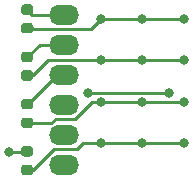
<source format=gbr>
G04 #@! TF.GenerationSoftware,KiCad,Pcbnew,5.1.5-52549c5~84~ubuntu18.04.1*
G04 #@! TF.CreationDate,2019-11-28T18:03:46-08:00*
G04 #@! TF.ProjectId,edison-led-3x4-pmod,65646973-6f6e-42d6-9c65-642d3378342d,rev?*
G04 #@! TF.SameCoordinates,PX68aa6f0PY527e2a0*
G04 #@! TF.FileFunction,Copper,L2,Bot*
G04 #@! TF.FilePolarity,Positive*
%FSLAX46Y46*%
G04 Gerber Fmt 4.6, Leading zero omitted, Abs format (unit mm)*
G04 Created by KiCad (PCBNEW 5.1.5-52549c5~84~ubuntu18.04.1) date 2019-11-28 18:03:46*
%MOMM*%
%LPD*%
G04 APERTURE LIST*
%ADD10C,0.100000*%
%ADD11O,2.540000X1.700000*%
%ADD12C,0.800000*%
%ADD13C,0.250000*%
G04 APERTURE END LIST*
G04 #@! TA.AperFunction,SMDPad,CuDef*
D10*
G36*
X2527691Y-4276053D02*
G01*
X2548926Y-4279203D01*
X2569750Y-4284419D01*
X2589962Y-4291651D01*
X2609368Y-4300830D01*
X2627781Y-4311866D01*
X2645024Y-4324654D01*
X2660930Y-4339070D01*
X2675346Y-4354976D01*
X2688134Y-4372219D01*
X2699170Y-4390632D01*
X2708349Y-4410038D01*
X2715581Y-4430250D01*
X2720797Y-4451074D01*
X2723947Y-4472309D01*
X2725000Y-4493750D01*
X2725000Y-4931250D01*
X2723947Y-4952691D01*
X2720797Y-4973926D01*
X2715581Y-4994750D01*
X2708349Y-5014962D01*
X2699170Y-5034368D01*
X2688134Y-5052781D01*
X2675346Y-5070024D01*
X2660930Y-5085930D01*
X2645024Y-5100346D01*
X2627781Y-5113134D01*
X2609368Y-5124170D01*
X2589962Y-5133349D01*
X2569750Y-5140581D01*
X2548926Y-5145797D01*
X2527691Y-5148947D01*
X2506250Y-5150000D01*
X1993750Y-5150000D01*
X1972309Y-5148947D01*
X1951074Y-5145797D01*
X1930250Y-5140581D01*
X1910038Y-5133349D01*
X1890632Y-5124170D01*
X1872219Y-5113134D01*
X1854976Y-5100346D01*
X1839070Y-5085930D01*
X1824654Y-5070024D01*
X1811866Y-5052781D01*
X1800830Y-5034368D01*
X1791651Y-5014962D01*
X1784419Y-4994750D01*
X1779203Y-4973926D01*
X1776053Y-4952691D01*
X1775000Y-4931250D01*
X1775000Y-4493750D01*
X1776053Y-4472309D01*
X1779203Y-4451074D01*
X1784419Y-4430250D01*
X1791651Y-4410038D01*
X1800830Y-4390632D01*
X1811866Y-4372219D01*
X1824654Y-4354976D01*
X1839070Y-4339070D01*
X1854976Y-4324654D01*
X1872219Y-4311866D01*
X1890632Y-4300830D01*
X1910038Y-4291651D01*
X1930250Y-4284419D01*
X1951074Y-4279203D01*
X1972309Y-4276053D01*
X1993750Y-4275000D01*
X2506250Y-4275000D01*
X2527691Y-4276053D01*
G37*
G04 #@! TD.AperFunction*
G04 #@! TA.AperFunction,SMDPad,CuDef*
G36*
X2527691Y-5851053D02*
G01*
X2548926Y-5854203D01*
X2569750Y-5859419D01*
X2589962Y-5866651D01*
X2609368Y-5875830D01*
X2627781Y-5886866D01*
X2645024Y-5899654D01*
X2660930Y-5914070D01*
X2675346Y-5929976D01*
X2688134Y-5947219D01*
X2699170Y-5965632D01*
X2708349Y-5985038D01*
X2715581Y-6005250D01*
X2720797Y-6026074D01*
X2723947Y-6047309D01*
X2725000Y-6068750D01*
X2725000Y-6506250D01*
X2723947Y-6527691D01*
X2720797Y-6548926D01*
X2715581Y-6569750D01*
X2708349Y-6589962D01*
X2699170Y-6609368D01*
X2688134Y-6627781D01*
X2675346Y-6645024D01*
X2660930Y-6660930D01*
X2645024Y-6675346D01*
X2627781Y-6688134D01*
X2609368Y-6699170D01*
X2589962Y-6708349D01*
X2569750Y-6715581D01*
X2548926Y-6720797D01*
X2527691Y-6723947D01*
X2506250Y-6725000D01*
X1993750Y-6725000D01*
X1972309Y-6723947D01*
X1951074Y-6720797D01*
X1930250Y-6715581D01*
X1910038Y-6708349D01*
X1890632Y-6699170D01*
X1872219Y-6688134D01*
X1854976Y-6675346D01*
X1839070Y-6660930D01*
X1824654Y-6645024D01*
X1811866Y-6627781D01*
X1800830Y-6609368D01*
X1791651Y-6589962D01*
X1784419Y-6569750D01*
X1779203Y-6548926D01*
X1776053Y-6527691D01*
X1775000Y-6506250D01*
X1775000Y-6068750D01*
X1776053Y-6047309D01*
X1779203Y-6026074D01*
X1784419Y-6005250D01*
X1791651Y-5985038D01*
X1800830Y-5965632D01*
X1811866Y-5947219D01*
X1824654Y-5929976D01*
X1839070Y-5914070D01*
X1854976Y-5899654D01*
X1872219Y-5886866D01*
X1890632Y-5875830D01*
X1910038Y-5866651D01*
X1930250Y-5859419D01*
X1951074Y-5854203D01*
X1972309Y-5851053D01*
X1993750Y-5850000D01*
X2506250Y-5850000D01*
X2527691Y-5851053D01*
G37*
G04 #@! TD.AperFunction*
G04 #@! TA.AperFunction,SMDPad,CuDef*
G36*
X2527691Y-8276053D02*
G01*
X2548926Y-8279203D01*
X2569750Y-8284419D01*
X2589962Y-8291651D01*
X2609368Y-8300830D01*
X2627781Y-8311866D01*
X2645024Y-8324654D01*
X2660930Y-8339070D01*
X2675346Y-8354976D01*
X2688134Y-8372219D01*
X2699170Y-8390632D01*
X2708349Y-8410038D01*
X2715581Y-8430250D01*
X2720797Y-8451074D01*
X2723947Y-8472309D01*
X2725000Y-8493750D01*
X2725000Y-8931250D01*
X2723947Y-8952691D01*
X2720797Y-8973926D01*
X2715581Y-8994750D01*
X2708349Y-9014962D01*
X2699170Y-9034368D01*
X2688134Y-9052781D01*
X2675346Y-9070024D01*
X2660930Y-9085930D01*
X2645024Y-9100346D01*
X2627781Y-9113134D01*
X2609368Y-9124170D01*
X2589962Y-9133349D01*
X2569750Y-9140581D01*
X2548926Y-9145797D01*
X2527691Y-9148947D01*
X2506250Y-9150000D01*
X1993750Y-9150000D01*
X1972309Y-9148947D01*
X1951074Y-9145797D01*
X1930250Y-9140581D01*
X1910038Y-9133349D01*
X1890632Y-9124170D01*
X1872219Y-9113134D01*
X1854976Y-9100346D01*
X1839070Y-9085930D01*
X1824654Y-9070024D01*
X1811866Y-9052781D01*
X1800830Y-9034368D01*
X1791651Y-9014962D01*
X1784419Y-8994750D01*
X1779203Y-8973926D01*
X1776053Y-8952691D01*
X1775000Y-8931250D01*
X1775000Y-8493750D01*
X1776053Y-8472309D01*
X1779203Y-8451074D01*
X1784419Y-8430250D01*
X1791651Y-8410038D01*
X1800830Y-8390632D01*
X1811866Y-8372219D01*
X1824654Y-8354976D01*
X1839070Y-8339070D01*
X1854976Y-8324654D01*
X1872219Y-8311866D01*
X1890632Y-8300830D01*
X1910038Y-8291651D01*
X1930250Y-8284419D01*
X1951074Y-8279203D01*
X1972309Y-8276053D01*
X1993750Y-8275000D01*
X2506250Y-8275000D01*
X2527691Y-8276053D01*
G37*
G04 #@! TD.AperFunction*
G04 #@! TA.AperFunction,SMDPad,CuDef*
G36*
X2527691Y-9851053D02*
G01*
X2548926Y-9854203D01*
X2569750Y-9859419D01*
X2589962Y-9866651D01*
X2609368Y-9875830D01*
X2627781Y-9886866D01*
X2645024Y-9899654D01*
X2660930Y-9914070D01*
X2675346Y-9929976D01*
X2688134Y-9947219D01*
X2699170Y-9965632D01*
X2708349Y-9985038D01*
X2715581Y-10005250D01*
X2720797Y-10026074D01*
X2723947Y-10047309D01*
X2725000Y-10068750D01*
X2725000Y-10506250D01*
X2723947Y-10527691D01*
X2720797Y-10548926D01*
X2715581Y-10569750D01*
X2708349Y-10589962D01*
X2699170Y-10609368D01*
X2688134Y-10627781D01*
X2675346Y-10645024D01*
X2660930Y-10660930D01*
X2645024Y-10675346D01*
X2627781Y-10688134D01*
X2609368Y-10699170D01*
X2589962Y-10708349D01*
X2569750Y-10715581D01*
X2548926Y-10720797D01*
X2527691Y-10723947D01*
X2506250Y-10725000D01*
X1993750Y-10725000D01*
X1972309Y-10723947D01*
X1951074Y-10720797D01*
X1930250Y-10715581D01*
X1910038Y-10708349D01*
X1890632Y-10699170D01*
X1872219Y-10688134D01*
X1854976Y-10675346D01*
X1839070Y-10660930D01*
X1824654Y-10645024D01*
X1811866Y-10627781D01*
X1800830Y-10609368D01*
X1791651Y-10589962D01*
X1784419Y-10569750D01*
X1779203Y-10548926D01*
X1776053Y-10527691D01*
X1775000Y-10506250D01*
X1775000Y-10068750D01*
X1776053Y-10047309D01*
X1779203Y-10026074D01*
X1784419Y-10005250D01*
X1791651Y-9985038D01*
X1800830Y-9965632D01*
X1811866Y-9947219D01*
X1824654Y-9929976D01*
X1839070Y-9914070D01*
X1854976Y-9899654D01*
X1872219Y-9886866D01*
X1890632Y-9875830D01*
X1910038Y-9866651D01*
X1930250Y-9859419D01*
X1951074Y-9854203D01*
X1972309Y-9851053D01*
X1993750Y-9850000D01*
X2506250Y-9850000D01*
X2527691Y-9851053D01*
G37*
G04 #@! TD.AperFunction*
G04 #@! TA.AperFunction,SMDPad,CuDef*
G36*
X2527691Y-276053D02*
G01*
X2548926Y-279203D01*
X2569750Y-284419D01*
X2589962Y-291651D01*
X2609368Y-300830D01*
X2627781Y-311866D01*
X2645024Y-324654D01*
X2660930Y-339070D01*
X2675346Y-354976D01*
X2688134Y-372219D01*
X2699170Y-390632D01*
X2708349Y-410038D01*
X2715581Y-430250D01*
X2720797Y-451074D01*
X2723947Y-472309D01*
X2725000Y-493750D01*
X2725000Y-931250D01*
X2723947Y-952691D01*
X2720797Y-973926D01*
X2715581Y-994750D01*
X2708349Y-1014962D01*
X2699170Y-1034368D01*
X2688134Y-1052781D01*
X2675346Y-1070024D01*
X2660930Y-1085930D01*
X2645024Y-1100346D01*
X2627781Y-1113134D01*
X2609368Y-1124170D01*
X2589962Y-1133349D01*
X2569750Y-1140581D01*
X2548926Y-1145797D01*
X2527691Y-1148947D01*
X2506250Y-1150000D01*
X1993750Y-1150000D01*
X1972309Y-1148947D01*
X1951074Y-1145797D01*
X1930250Y-1140581D01*
X1910038Y-1133349D01*
X1890632Y-1124170D01*
X1872219Y-1113134D01*
X1854976Y-1100346D01*
X1839070Y-1085930D01*
X1824654Y-1070024D01*
X1811866Y-1052781D01*
X1800830Y-1034368D01*
X1791651Y-1014962D01*
X1784419Y-994750D01*
X1779203Y-973926D01*
X1776053Y-952691D01*
X1775000Y-931250D01*
X1775000Y-493750D01*
X1776053Y-472309D01*
X1779203Y-451074D01*
X1784419Y-430250D01*
X1791651Y-410038D01*
X1800830Y-390632D01*
X1811866Y-372219D01*
X1824654Y-354976D01*
X1839070Y-339070D01*
X1854976Y-324654D01*
X1872219Y-311866D01*
X1890632Y-300830D01*
X1910038Y-291651D01*
X1930250Y-284419D01*
X1951074Y-279203D01*
X1972309Y-276053D01*
X1993750Y-275000D01*
X2506250Y-275000D01*
X2527691Y-276053D01*
G37*
G04 #@! TD.AperFunction*
G04 #@! TA.AperFunction,SMDPad,CuDef*
G36*
X2527691Y-1851053D02*
G01*
X2548926Y-1854203D01*
X2569750Y-1859419D01*
X2589962Y-1866651D01*
X2609368Y-1875830D01*
X2627781Y-1886866D01*
X2645024Y-1899654D01*
X2660930Y-1914070D01*
X2675346Y-1929976D01*
X2688134Y-1947219D01*
X2699170Y-1965632D01*
X2708349Y-1985038D01*
X2715581Y-2005250D01*
X2720797Y-2026074D01*
X2723947Y-2047309D01*
X2725000Y-2068750D01*
X2725000Y-2506250D01*
X2723947Y-2527691D01*
X2720797Y-2548926D01*
X2715581Y-2569750D01*
X2708349Y-2589962D01*
X2699170Y-2609368D01*
X2688134Y-2627781D01*
X2675346Y-2645024D01*
X2660930Y-2660930D01*
X2645024Y-2675346D01*
X2627781Y-2688134D01*
X2609368Y-2699170D01*
X2589962Y-2708349D01*
X2569750Y-2715581D01*
X2548926Y-2720797D01*
X2527691Y-2723947D01*
X2506250Y-2725000D01*
X1993750Y-2725000D01*
X1972309Y-2723947D01*
X1951074Y-2720797D01*
X1930250Y-2715581D01*
X1910038Y-2708349D01*
X1890632Y-2699170D01*
X1872219Y-2688134D01*
X1854976Y-2675346D01*
X1839070Y-2660930D01*
X1824654Y-2645024D01*
X1811866Y-2627781D01*
X1800830Y-2609368D01*
X1791651Y-2589962D01*
X1784419Y-2569750D01*
X1779203Y-2548926D01*
X1776053Y-2527691D01*
X1775000Y-2506250D01*
X1775000Y-2068750D01*
X1776053Y-2047309D01*
X1779203Y-2026074D01*
X1784419Y-2005250D01*
X1791651Y-1985038D01*
X1800830Y-1965632D01*
X1811866Y-1947219D01*
X1824654Y-1929976D01*
X1839070Y-1914070D01*
X1854976Y-1899654D01*
X1872219Y-1886866D01*
X1890632Y-1875830D01*
X1910038Y-1866651D01*
X1930250Y-1859419D01*
X1951074Y-1854203D01*
X1972309Y-1851053D01*
X1993750Y-1850000D01*
X2506250Y-1850000D01*
X2527691Y-1851053D01*
G37*
G04 #@! TD.AperFunction*
G04 #@! TA.AperFunction,SMDPad,CuDef*
G36*
X2527691Y-12276053D02*
G01*
X2548926Y-12279203D01*
X2569750Y-12284419D01*
X2589962Y-12291651D01*
X2609368Y-12300830D01*
X2627781Y-12311866D01*
X2645024Y-12324654D01*
X2660930Y-12339070D01*
X2675346Y-12354976D01*
X2688134Y-12372219D01*
X2699170Y-12390632D01*
X2708349Y-12410038D01*
X2715581Y-12430250D01*
X2720797Y-12451074D01*
X2723947Y-12472309D01*
X2725000Y-12493750D01*
X2725000Y-12931250D01*
X2723947Y-12952691D01*
X2720797Y-12973926D01*
X2715581Y-12994750D01*
X2708349Y-13014962D01*
X2699170Y-13034368D01*
X2688134Y-13052781D01*
X2675346Y-13070024D01*
X2660930Y-13085930D01*
X2645024Y-13100346D01*
X2627781Y-13113134D01*
X2609368Y-13124170D01*
X2589962Y-13133349D01*
X2569750Y-13140581D01*
X2548926Y-13145797D01*
X2527691Y-13148947D01*
X2506250Y-13150000D01*
X1993750Y-13150000D01*
X1972309Y-13148947D01*
X1951074Y-13145797D01*
X1930250Y-13140581D01*
X1910038Y-13133349D01*
X1890632Y-13124170D01*
X1872219Y-13113134D01*
X1854976Y-13100346D01*
X1839070Y-13085930D01*
X1824654Y-13070024D01*
X1811866Y-13052781D01*
X1800830Y-13034368D01*
X1791651Y-13014962D01*
X1784419Y-12994750D01*
X1779203Y-12973926D01*
X1776053Y-12952691D01*
X1775000Y-12931250D01*
X1775000Y-12493750D01*
X1776053Y-12472309D01*
X1779203Y-12451074D01*
X1784419Y-12430250D01*
X1791651Y-12410038D01*
X1800830Y-12390632D01*
X1811866Y-12372219D01*
X1824654Y-12354976D01*
X1839070Y-12339070D01*
X1854976Y-12324654D01*
X1872219Y-12311866D01*
X1890632Y-12300830D01*
X1910038Y-12291651D01*
X1930250Y-12284419D01*
X1951074Y-12279203D01*
X1972309Y-12276053D01*
X1993750Y-12275000D01*
X2506250Y-12275000D01*
X2527691Y-12276053D01*
G37*
G04 #@! TD.AperFunction*
G04 #@! TA.AperFunction,SMDPad,CuDef*
G36*
X2527691Y-13851053D02*
G01*
X2548926Y-13854203D01*
X2569750Y-13859419D01*
X2589962Y-13866651D01*
X2609368Y-13875830D01*
X2627781Y-13886866D01*
X2645024Y-13899654D01*
X2660930Y-13914070D01*
X2675346Y-13929976D01*
X2688134Y-13947219D01*
X2699170Y-13965632D01*
X2708349Y-13985038D01*
X2715581Y-14005250D01*
X2720797Y-14026074D01*
X2723947Y-14047309D01*
X2725000Y-14068750D01*
X2725000Y-14506250D01*
X2723947Y-14527691D01*
X2720797Y-14548926D01*
X2715581Y-14569750D01*
X2708349Y-14589962D01*
X2699170Y-14609368D01*
X2688134Y-14627781D01*
X2675346Y-14645024D01*
X2660930Y-14660930D01*
X2645024Y-14675346D01*
X2627781Y-14688134D01*
X2609368Y-14699170D01*
X2589962Y-14708349D01*
X2569750Y-14715581D01*
X2548926Y-14720797D01*
X2527691Y-14723947D01*
X2506250Y-14725000D01*
X1993750Y-14725000D01*
X1972309Y-14723947D01*
X1951074Y-14720797D01*
X1930250Y-14715581D01*
X1910038Y-14708349D01*
X1890632Y-14699170D01*
X1872219Y-14688134D01*
X1854976Y-14675346D01*
X1839070Y-14660930D01*
X1824654Y-14645024D01*
X1811866Y-14627781D01*
X1800830Y-14609368D01*
X1791651Y-14589962D01*
X1784419Y-14569750D01*
X1779203Y-14548926D01*
X1776053Y-14527691D01*
X1775000Y-14506250D01*
X1775000Y-14068750D01*
X1776053Y-14047309D01*
X1779203Y-14026074D01*
X1784419Y-14005250D01*
X1791651Y-13985038D01*
X1800830Y-13965632D01*
X1811866Y-13947219D01*
X1824654Y-13929976D01*
X1839070Y-13914070D01*
X1854976Y-13899654D01*
X1872219Y-13886866D01*
X1890632Y-13875830D01*
X1910038Y-13866651D01*
X1930250Y-13859419D01*
X1951074Y-13854203D01*
X1972309Y-13851053D01*
X1993750Y-13850000D01*
X2506250Y-13850000D01*
X2527691Y-13851053D01*
G37*
G04 #@! TD.AperFunction*
D11*
X5380000Y-13850000D03*
X5380000Y-11310000D03*
X5380000Y-8770000D03*
X5380000Y-6230000D03*
X5380000Y-3690000D03*
X5380000Y-1150000D03*
D12*
X8500000Y-1500000D03*
X12000000Y-1500000D03*
X15500000Y-1500000D03*
X14250000Y-7750000D03*
X7404999Y-7750000D03*
X8500000Y-5000000D03*
X15500000Y-5000000D03*
X12000000Y-5000000D03*
X15500000Y-8500000D03*
X8500000Y-8500000D03*
X12000000Y-8500000D03*
X12000000Y-12000000D03*
X15500000Y-12000000D03*
X8500000Y-12000000D03*
X750000Y-12750000D03*
D13*
X7674990Y-2325010D02*
X8500000Y-1500000D01*
X2762510Y-2325010D02*
X7674990Y-2325010D01*
X2250000Y-2287500D02*
X2725000Y-2287500D01*
X2725000Y-2287500D02*
X2762510Y-2325010D01*
X8500000Y-1500000D02*
X12000000Y-1500000D01*
X12000000Y-1500000D02*
X15500000Y-1500000D01*
X7404999Y-7750000D02*
X7750000Y-7750000D01*
X7750000Y-7750000D02*
X14250000Y-7750000D01*
X4012500Y-5000000D02*
X8500000Y-5000000D01*
X2250000Y-6287500D02*
X2725000Y-6287500D01*
X2725000Y-6287500D02*
X4012500Y-5000000D01*
X8500000Y-5000000D02*
X12000000Y-5000000D01*
X12000000Y-5000000D02*
X15500000Y-5000000D01*
X4663275Y-9945010D02*
X6304990Y-9945010D01*
X2250000Y-10287500D02*
X4320785Y-10287500D01*
X4320785Y-10287500D02*
X4663275Y-9945010D01*
X6304990Y-9945010D02*
X7750000Y-8500000D01*
X7750000Y-8500000D02*
X8500000Y-8500000D01*
X8500000Y-8500000D02*
X12000000Y-8500000D01*
X12000000Y-8500000D02*
X15500000Y-8500000D01*
X4527490Y-12485010D02*
X6514990Y-12485010D01*
X2250000Y-14287500D02*
X2725000Y-14287500D01*
X2725000Y-14287500D02*
X4527490Y-12485010D01*
X6514990Y-12485010D02*
X7000000Y-12000000D01*
X7000000Y-12000000D02*
X8500000Y-12000000D01*
X12000000Y-12000000D02*
X15500000Y-12000000D01*
X8500000Y-12000000D02*
X12000000Y-12000000D01*
X750000Y-12750000D02*
X2250000Y-12750000D01*
X4980000Y-6230000D02*
X4770000Y-6230000D01*
X4770000Y-6230000D02*
X2250000Y-8750000D01*
X4980000Y-3690000D02*
X3310000Y-3690000D01*
X3310000Y-3690000D02*
X2250000Y-4750000D01*
X4980000Y-1150000D02*
X2650000Y-1150000D01*
X2650000Y-1150000D02*
X2250000Y-750000D01*
M02*

</source>
